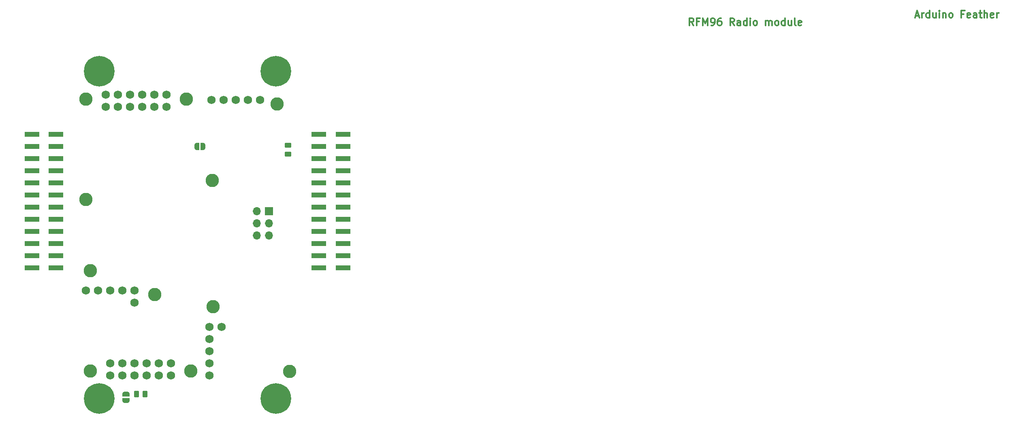
<source format=gbr>
%TF.GenerationSoftware,KiCad,Pcbnew,6.0.1*%
%TF.CreationDate,2022-02-10T21:42:24-06:00*%
%TF.ProjectId,POWER,504f5745-522e-46b6-9963-61645f706362,rev?*%
%TF.SameCoordinates,Original*%
%TF.FileFunction,Soldermask,Bot*%
%TF.FilePolarity,Negative*%
%FSLAX46Y46*%
G04 Gerber Fmt 4.6, Leading zero omitted, Abs format (unit mm)*
G04 Created by KiCad (PCBNEW 6.0.1) date 2022-02-10 21:42:24*
%MOMM*%
%LPD*%
G01*
G04 APERTURE LIST*
G04 Aperture macros list*
%AMRoundRect*
0 Rectangle with rounded corners*
0 $1 Rounding radius*
0 $2 $3 $4 $5 $6 $7 $8 $9 X,Y pos of 4 corners*
0 Add a 4 corners polygon primitive as box body*
4,1,4,$2,$3,$4,$5,$6,$7,$8,$9,$2,$3,0*
0 Add four circle primitives for the rounded corners*
1,1,$1+$1,$2,$3*
1,1,$1+$1,$4,$5*
1,1,$1+$1,$6,$7*
1,1,$1+$1,$8,$9*
0 Add four rect primitives between the rounded corners*
20,1,$1+$1,$2,$3,$4,$5,0*
20,1,$1+$1,$4,$5,$6,$7,0*
20,1,$1+$1,$6,$7,$8,$9,0*
20,1,$1+$1,$8,$9,$2,$3,0*%
%AMFreePoly0*
4,1,22,0.500000,-0.750000,0.000000,-0.750000,0.000000,-0.745033,-0.079941,-0.743568,-0.215256,-0.701293,-0.333266,-0.622738,-0.424486,-0.514219,-0.481581,-0.384460,-0.499164,-0.250000,-0.500000,-0.250000,-0.500000,0.250000,-0.499164,0.250000,-0.499963,0.256109,-0.478152,0.396186,-0.417904,0.524511,-0.324060,0.630769,-0.204165,0.706417,-0.067858,0.745374,0.000000,0.744959,0.000000,0.750000,
0.500000,0.750000,0.500000,-0.750000,0.500000,-0.750000,$1*%
%AMFreePoly1*
4,1,20,0.000000,0.744959,0.073905,0.744508,0.209726,0.703889,0.328688,0.626782,0.421226,0.519385,0.479903,0.390333,0.500000,0.250000,0.500000,-0.250000,0.499851,-0.262216,0.476331,-0.402017,0.414519,-0.529596,0.319384,-0.634700,0.198574,-0.708877,0.061801,-0.746166,0.000000,-0.745033,0.000000,-0.750000,-0.500000,-0.750000,-0.500000,0.750000,0.000000,0.750000,0.000000,0.744959,
0.000000,0.744959,$1*%
G04 Aperture macros list end*
%ADD10C,0.300000*%
%ADD11C,2.800000*%
%ADD12C,1.750000*%
%ADD13C,0.800000*%
%ADD14C,6.400000*%
%ADD15R,1.700000X1.700000*%
%ADD16O,1.700000X1.700000*%
%ADD17R,3.150000X1.000000*%
%ADD18RoundRect,0.250000X-0.450000X0.262500X-0.450000X-0.262500X0.450000X-0.262500X0.450000X0.262500X0*%
%ADD19FreePoly0,0.000000*%
%ADD20FreePoly1,0.000000*%
%ADD21FreePoly0,270.000000*%
%ADD22FreePoly1,270.000000*%
%ADD23RoundRect,0.250000X-0.262500X-0.450000X0.262500X-0.450000X0.262500X0.450000X-0.262500X0.450000X0*%
G04 APERTURE END LIST*
D10*
X229957142Y-81150000D02*
X230671428Y-81150000D01*
X229814285Y-81578571D02*
X230314285Y-80078571D01*
X230814285Y-81578571D01*
X231314285Y-81578571D02*
X231314285Y-80578571D01*
X231314285Y-80864285D02*
X231385714Y-80721428D01*
X231457142Y-80650000D01*
X231600000Y-80578571D01*
X231742857Y-80578571D01*
X232885714Y-81578571D02*
X232885714Y-80078571D01*
X232885714Y-81507142D02*
X232742857Y-81578571D01*
X232457142Y-81578571D01*
X232314285Y-81507142D01*
X232242857Y-81435714D01*
X232171428Y-81292857D01*
X232171428Y-80864285D01*
X232242857Y-80721428D01*
X232314285Y-80650000D01*
X232457142Y-80578571D01*
X232742857Y-80578571D01*
X232885714Y-80650000D01*
X234242857Y-80578571D02*
X234242857Y-81578571D01*
X233600000Y-80578571D02*
X233600000Y-81364285D01*
X233671428Y-81507142D01*
X233814285Y-81578571D01*
X234028571Y-81578571D01*
X234171428Y-81507142D01*
X234242857Y-81435714D01*
X234957142Y-81578571D02*
X234957142Y-80578571D01*
X234957142Y-80078571D02*
X234885714Y-80150000D01*
X234957142Y-80221428D01*
X235028571Y-80150000D01*
X234957142Y-80078571D01*
X234957142Y-80221428D01*
X235671428Y-80578571D02*
X235671428Y-81578571D01*
X235671428Y-80721428D02*
X235742857Y-80650000D01*
X235885714Y-80578571D01*
X236100000Y-80578571D01*
X236242857Y-80650000D01*
X236314285Y-80792857D01*
X236314285Y-81578571D01*
X237242857Y-81578571D02*
X237100000Y-81507142D01*
X237028571Y-81435714D01*
X236957142Y-81292857D01*
X236957142Y-80864285D01*
X237028571Y-80721428D01*
X237100000Y-80650000D01*
X237242857Y-80578571D01*
X237457142Y-80578571D01*
X237600000Y-80650000D01*
X237671428Y-80721428D01*
X237742857Y-80864285D01*
X237742857Y-81292857D01*
X237671428Y-81435714D01*
X237600000Y-81507142D01*
X237457142Y-81578571D01*
X237242857Y-81578571D01*
X240028571Y-80792857D02*
X239528571Y-80792857D01*
X239528571Y-81578571D02*
X239528571Y-80078571D01*
X240242857Y-80078571D01*
X241385714Y-81507142D02*
X241242857Y-81578571D01*
X240957142Y-81578571D01*
X240814285Y-81507142D01*
X240742857Y-81364285D01*
X240742857Y-80792857D01*
X240814285Y-80650000D01*
X240957142Y-80578571D01*
X241242857Y-80578571D01*
X241385714Y-80650000D01*
X241457142Y-80792857D01*
X241457142Y-80935714D01*
X240742857Y-81078571D01*
X242742857Y-81578571D02*
X242742857Y-80792857D01*
X242671428Y-80650000D01*
X242528571Y-80578571D01*
X242242857Y-80578571D01*
X242100000Y-80650000D01*
X242742857Y-81507142D02*
X242600000Y-81578571D01*
X242242857Y-81578571D01*
X242100000Y-81507142D01*
X242028571Y-81364285D01*
X242028571Y-81221428D01*
X242100000Y-81078571D01*
X242242857Y-81007142D01*
X242600000Y-81007142D01*
X242742857Y-80935714D01*
X243242857Y-80578571D02*
X243814285Y-80578571D01*
X243457142Y-80078571D02*
X243457142Y-81364285D01*
X243528571Y-81507142D01*
X243671428Y-81578571D01*
X243814285Y-81578571D01*
X244314285Y-81578571D02*
X244314285Y-80078571D01*
X244957142Y-81578571D02*
X244957142Y-80792857D01*
X244885714Y-80650000D01*
X244742857Y-80578571D01*
X244528571Y-80578571D01*
X244385714Y-80650000D01*
X244314285Y-80721428D01*
X246242857Y-81507142D02*
X246100000Y-81578571D01*
X245814285Y-81578571D01*
X245671428Y-81507142D01*
X245600000Y-81364285D01*
X245600000Y-80792857D01*
X245671428Y-80650000D01*
X245814285Y-80578571D01*
X246100000Y-80578571D01*
X246242857Y-80650000D01*
X246314285Y-80792857D01*
X246314285Y-80935714D01*
X245600000Y-81078571D01*
X246957142Y-81578571D02*
X246957142Y-80578571D01*
X246957142Y-80864285D02*
X247028571Y-80721428D01*
X247100000Y-80650000D01*
X247242857Y-80578571D01*
X247385714Y-80578571D01*
X183578571Y-83178571D02*
X183078571Y-82464285D01*
X182721428Y-83178571D02*
X182721428Y-81678571D01*
X183292857Y-81678571D01*
X183435714Y-81750000D01*
X183507142Y-81821428D01*
X183578571Y-81964285D01*
X183578571Y-82178571D01*
X183507142Y-82321428D01*
X183435714Y-82392857D01*
X183292857Y-82464285D01*
X182721428Y-82464285D01*
X184721428Y-82392857D02*
X184221428Y-82392857D01*
X184221428Y-83178571D02*
X184221428Y-81678571D01*
X184935714Y-81678571D01*
X185507142Y-83178571D02*
X185507142Y-81678571D01*
X186007142Y-82750000D01*
X186507142Y-81678571D01*
X186507142Y-83178571D01*
X187292857Y-83178571D02*
X187578571Y-83178571D01*
X187721428Y-83107142D01*
X187792857Y-83035714D01*
X187935714Y-82821428D01*
X188007142Y-82535714D01*
X188007142Y-81964285D01*
X187935714Y-81821428D01*
X187864285Y-81750000D01*
X187721428Y-81678571D01*
X187435714Y-81678571D01*
X187292857Y-81750000D01*
X187221428Y-81821428D01*
X187150000Y-81964285D01*
X187150000Y-82321428D01*
X187221428Y-82464285D01*
X187292857Y-82535714D01*
X187435714Y-82607142D01*
X187721428Y-82607142D01*
X187864285Y-82535714D01*
X187935714Y-82464285D01*
X188007142Y-82321428D01*
X189292857Y-81678571D02*
X189007142Y-81678571D01*
X188864285Y-81750000D01*
X188792857Y-81821428D01*
X188650000Y-82035714D01*
X188578571Y-82321428D01*
X188578571Y-82892857D01*
X188650000Y-83035714D01*
X188721428Y-83107142D01*
X188864285Y-83178571D01*
X189150000Y-83178571D01*
X189292857Y-83107142D01*
X189364285Y-83035714D01*
X189435714Y-82892857D01*
X189435714Y-82535714D01*
X189364285Y-82392857D01*
X189292857Y-82321428D01*
X189150000Y-82250000D01*
X188864285Y-82250000D01*
X188721428Y-82321428D01*
X188650000Y-82392857D01*
X188578571Y-82535714D01*
X192078571Y-83178571D02*
X191578571Y-82464285D01*
X191221428Y-83178571D02*
X191221428Y-81678571D01*
X191792857Y-81678571D01*
X191935714Y-81750000D01*
X192007142Y-81821428D01*
X192078571Y-81964285D01*
X192078571Y-82178571D01*
X192007142Y-82321428D01*
X191935714Y-82392857D01*
X191792857Y-82464285D01*
X191221428Y-82464285D01*
X193364285Y-83178571D02*
X193364285Y-82392857D01*
X193292857Y-82250000D01*
X193150000Y-82178571D01*
X192864285Y-82178571D01*
X192721428Y-82250000D01*
X193364285Y-83107142D02*
X193221428Y-83178571D01*
X192864285Y-83178571D01*
X192721428Y-83107142D01*
X192650000Y-82964285D01*
X192650000Y-82821428D01*
X192721428Y-82678571D01*
X192864285Y-82607142D01*
X193221428Y-82607142D01*
X193364285Y-82535714D01*
X194721428Y-83178571D02*
X194721428Y-81678571D01*
X194721428Y-83107142D02*
X194578571Y-83178571D01*
X194292857Y-83178571D01*
X194150000Y-83107142D01*
X194078571Y-83035714D01*
X194007142Y-82892857D01*
X194007142Y-82464285D01*
X194078571Y-82321428D01*
X194150000Y-82250000D01*
X194292857Y-82178571D01*
X194578571Y-82178571D01*
X194721428Y-82250000D01*
X195435714Y-83178571D02*
X195435714Y-82178571D01*
X195435714Y-81678571D02*
X195364285Y-81750000D01*
X195435714Y-81821428D01*
X195507142Y-81750000D01*
X195435714Y-81678571D01*
X195435714Y-81821428D01*
X196364285Y-83178571D02*
X196221428Y-83107142D01*
X196150000Y-83035714D01*
X196078571Y-82892857D01*
X196078571Y-82464285D01*
X196150000Y-82321428D01*
X196221428Y-82250000D01*
X196364285Y-82178571D01*
X196578571Y-82178571D01*
X196721428Y-82250000D01*
X196792857Y-82321428D01*
X196864285Y-82464285D01*
X196864285Y-82892857D01*
X196792857Y-83035714D01*
X196721428Y-83107142D01*
X196578571Y-83178571D01*
X196364285Y-83178571D01*
X198649999Y-83178571D02*
X198649999Y-82178571D01*
X198649999Y-82321428D02*
X198721428Y-82250000D01*
X198864285Y-82178571D01*
X199078571Y-82178571D01*
X199221428Y-82250000D01*
X199292857Y-82392857D01*
X199292857Y-83178571D01*
X199292857Y-82392857D02*
X199364285Y-82250000D01*
X199507142Y-82178571D01*
X199721428Y-82178571D01*
X199864285Y-82250000D01*
X199935714Y-82392857D01*
X199935714Y-83178571D01*
X200864285Y-83178571D02*
X200721428Y-83107142D01*
X200650000Y-83035714D01*
X200578571Y-82892857D01*
X200578571Y-82464285D01*
X200650000Y-82321428D01*
X200721428Y-82250000D01*
X200864285Y-82178571D01*
X201078571Y-82178571D01*
X201221428Y-82250000D01*
X201292857Y-82321428D01*
X201364285Y-82464285D01*
X201364285Y-82892857D01*
X201292857Y-83035714D01*
X201221428Y-83107142D01*
X201078571Y-83178571D01*
X200864285Y-83178571D01*
X202650000Y-83178571D02*
X202650000Y-81678571D01*
X202650000Y-83107142D02*
X202507142Y-83178571D01*
X202221428Y-83178571D01*
X202078571Y-83107142D01*
X202007142Y-83035714D01*
X201935714Y-82892857D01*
X201935714Y-82464285D01*
X202007142Y-82321428D01*
X202078571Y-82250000D01*
X202221428Y-82178571D01*
X202507142Y-82178571D01*
X202650000Y-82250000D01*
X204007142Y-82178571D02*
X204007142Y-83178571D01*
X203364285Y-82178571D02*
X203364285Y-82964285D01*
X203435714Y-83107142D01*
X203578571Y-83178571D01*
X203792857Y-83178571D01*
X203935714Y-83107142D01*
X204007142Y-83035714D01*
X204935714Y-83178571D02*
X204792857Y-83107142D01*
X204721428Y-82964285D01*
X204721428Y-81678571D01*
X206078571Y-83107142D02*
X205935714Y-83178571D01*
X205650000Y-83178571D01*
X205507142Y-83107142D01*
X205435714Y-82964285D01*
X205435714Y-82392857D01*
X205507142Y-82250000D01*
X205650000Y-82178571D01*
X205935714Y-82178571D01*
X206078571Y-82250000D01*
X206150000Y-82392857D01*
X206150000Y-82535714D01*
X205435714Y-82678571D01*
D11*
%TO.C,U7*%
X83000000Y-115650000D03*
X96500000Y-99650000D03*
D12*
X92920000Y-98820000D03*
X90380000Y-98820000D03*
X87840000Y-98820000D03*
X85300000Y-98820000D03*
X82760000Y-98820000D03*
%TD*%
D13*
%TO.C,REF\u002A\u002A*%
X94536858Y-94429042D03*
X96233914Y-95131986D03*
X97930970Y-91034930D03*
X94536858Y-91034930D03*
X93833914Y-92731986D03*
X97930970Y-94429042D03*
D14*
X96233914Y-92731986D03*
D13*
X98633914Y-92731986D03*
X96233914Y-90331986D03*
%TD*%
D11*
%TO.C,U5*%
X83160000Y-142050000D03*
X99160000Y-155550000D03*
D12*
X82330000Y-146270000D03*
X82330000Y-148810000D03*
X82330000Y-151350000D03*
X82330000Y-153890000D03*
X82330000Y-156430000D03*
X84870000Y-146270000D03*
%TD*%
D13*
%TO.C,REF\u002A\u002A*%
X59343914Y-95191986D03*
D14*
X59343914Y-92791986D03*
D13*
X61040970Y-91094930D03*
X59343914Y-90391986D03*
X56943914Y-92791986D03*
X57646858Y-91094930D03*
X61040970Y-94489042D03*
X57646858Y-94489042D03*
X61743914Y-92791986D03*
%TD*%
%TO.C,REF\u002A\u002A*%
X61050970Y-162979042D03*
X59353914Y-163681986D03*
X61753914Y-161281986D03*
X57656858Y-159584930D03*
X61050970Y-159584930D03*
X56953914Y-161281986D03*
X59353914Y-158881986D03*
D14*
X59353914Y-161281986D03*
D13*
X57656858Y-162979042D03*
%TD*%
D11*
%TO.C,U6*%
X57450000Y-155500000D03*
X70950000Y-139500000D03*
D12*
X66730000Y-138670000D03*
X64190000Y-138670000D03*
X61650000Y-138670000D03*
X59110000Y-138670000D03*
X56570000Y-138670000D03*
X66730000Y-141210000D03*
%TD*%
D14*
%TO.C,REF\u002A\u002A*%
X96243914Y-161281986D03*
D13*
X96243914Y-158881986D03*
X94546858Y-162979042D03*
X96243914Y-163681986D03*
X98643914Y-161281986D03*
X94546858Y-159584930D03*
X93843914Y-161281986D03*
X97940970Y-162979042D03*
X97940970Y-159584930D03*
%TD*%
D11*
%TO.C,U4*%
X77556000Y-98600000D03*
X56556000Y-98600000D03*
X56556000Y-119600000D03*
D12*
X60706000Y-100210000D03*
X63246000Y-100210000D03*
X65786000Y-100210000D03*
X68326000Y-100210000D03*
X70866000Y-100210000D03*
X73406000Y-100210000D03*
X60706000Y-97670000D03*
X63246000Y-97670000D03*
X65786000Y-97670000D03*
X68326000Y-97670000D03*
X70866000Y-97670000D03*
X73406000Y-97670000D03*
%TD*%
D15*
%TO.C,J5*%
X94781000Y-122055000D03*
D16*
X92241000Y-122055000D03*
X94781000Y-124595000D03*
X92241000Y-124595000D03*
X94781000Y-127135000D03*
X92241000Y-127135000D03*
%TD*%
D17*
%TO.C,J2*%
X105266000Y-133950000D03*
X110316000Y-133950000D03*
X105266000Y-131410000D03*
X110316000Y-131410000D03*
X105266000Y-128870000D03*
X110316000Y-128870000D03*
X105266000Y-126330000D03*
X110316000Y-126330000D03*
X105266000Y-123790000D03*
X110316000Y-123790000D03*
X105266000Y-121250000D03*
X110316000Y-121250000D03*
X105266000Y-118710000D03*
X110316000Y-118710000D03*
X105266000Y-116170000D03*
X110316000Y-116170000D03*
X105266000Y-113630000D03*
X110316000Y-113630000D03*
X105266000Y-111090000D03*
X110316000Y-111090000D03*
X105266000Y-108550000D03*
X110316000Y-108550000D03*
X105266000Y-106010000D03*
X110316000Y-106010000D03*
%TD*%
%TO.C,J4*%
X50316000Y-106010000D03*
X45266000Y-106010000D03*
X50316000Y-108550000D03*
X45266000Y-108550000D03*
X50316000Y-111090000D03*
X45266000Y-111090000D03*
X50316000Y-113630000D03*
X45266000Y-113630000D03*
X50316000Y-116170000D03*
X45266000Y-116170000D03*
X50316000Y-118710000D03*
X45266000Y-118710000D03*
X50316000Y-121250000D03*
X45266000Y-121250000D03*
X50316000Y-123790000D03*
X45266000Y-123790000D03*
X50316000Y-126330000D03*
X45266000Y-126330000D03*
X50316000Y-128870000D03*
X45266000Y-128870000D03*
X50316000Y-131410000D03*
X45266000Y-131410000D03*
X50316000Y-133950000D03*
X45266000Y-133950000D03*
%TD*%
D18*
%TO.C,R18*%
X98800000Y-108287500D03*
X98800000Y-110112500D03*
%TD*%
D19*
%TO.C,JP5*%
X79750000Y-108500000D03*
D20*
X81050000Y-108500000D03*
%TD*%
D11*
%TO.C,U3*%
X57460000Y-155500000D03*
X57460000Y-134500000D03*
X78460000Y-155500000D03*
D12*
X61610000Y-153890000D03*
X64150000Y-153890000D03*
X66690000Y-153890000D03*
X69230000Y-153890000D03*
X71770000Y-153890000D03*
X74310000Y-153890000D03*
X61610000Y-156430000D03*
X64150000Y-156430000D03*
X66690000Y-156430000D03*
X69230000Y-156430000D03*
X71770000Y-156430000D03*
X74310000Y-156430000D03*
%TD*%
D21*
%TO.C,JP2*%
X64900000Y-160350000D03*
D22*
X64900000Y-161650000D03*
%TD*%
D23*
%TO.C,R14*%
X67087500Y-160300000D03*
X68912500Y-160300000D03*
%TD*%
M02*

</source>
